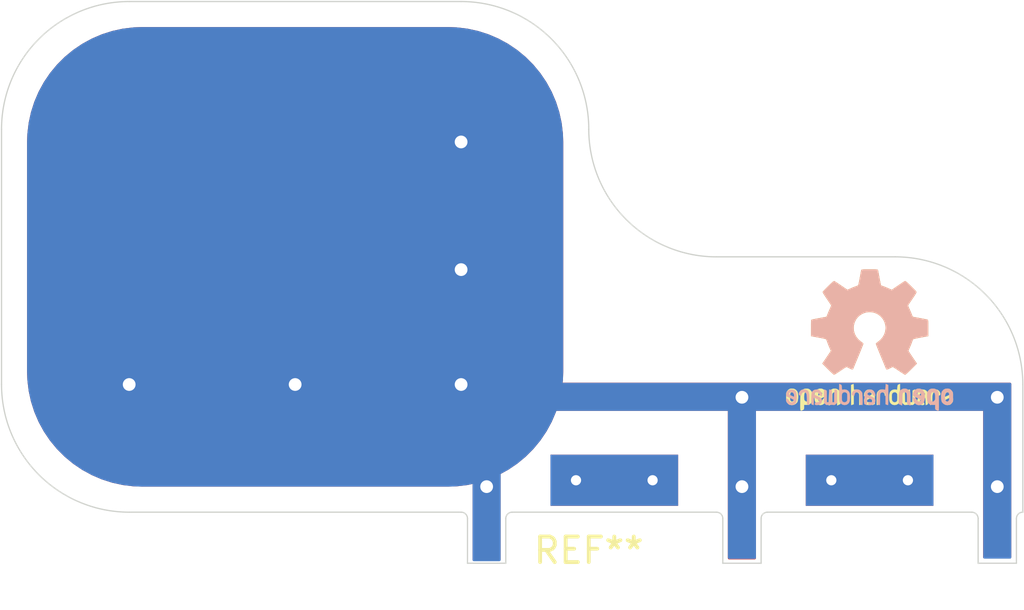
<source format=kicad_pcb>
(kicad_pcb (version 20201116) (generator pcbnew)
  (layers (0 "F.Cu" signal) (31 "B.Cu" signal) (34 "B.Paste" user) (35 "F.Paste" user) (36 "B.SilkS" user "B.Silkscreen") (37 "F.SilkS" user "F.Silkscreen") (38 "B.Mask" user) (39 "F.Mask" user) (44 "Edge.Cuts" user))
  (net 0 "")
  (footprint "08-TouchKey:TouchPaddle" (layer "F.Cu") (at 150 94.75)
    (fp_text reference "REF**" (at -0.5 -0.5 unlocked) (layer "F.SilkS"))
    (fp_text value "TouchPaddle")
    (fp_poly (pts (xy 15.996657 -0.24) (xy 14.996657 -0.24) (xy 14.996657 -6.021184) (xy 5.996657 -6.021184) (xy 5.996657 -0.2) (xy 4.996657 -0.2) (xy 4.996657 -6.021184) (xy -4.003343 -6.021184) (xy -4.003343 -0.15) (xy -5.003343 -0.15) (xy -5.003343 -6.021184) (xy -8.503343 -6.021184) (xy -8.503343 -7.021184) (xy 15.996657 -7.021184)) (layer "F.Cu") (width 0.1) (fill solid))
    (fp_poly (pts (xy 15.998921 -0.23) (xy 14.998921 -0.23) (xy 14.998921 -6.017353) (xy 5.998921 -6.017353) (xy 5.998921 -0.22) (xy 4.998921 -0.22) (xy 4.998921 -6.017353) (xy -4.001079 -6.017353) (xy -4.001079 -0.13) (xy -5.001079 -0.13) (xy -5.001079 -6.017353) (xy -8.501079 -6.017353) (xy -8.501079 -7.017353) (xy 15.998921 -7.017353)) (layer "B.Cu") (width 0.1) (fill solid))
    (fp_line (start 4.5 -12) (end 11.5 -12) (layer "Edge.Cuts") (width 0.05))
    (fp_line (start 4.75 0) (end 4.75 -1.75) (layer "Edge.Cuts") (width 0.05))
    (fp_line (start -3.75 -1.75) (end -3.75 0) (layer "Edge.Cuts") (width 0.05))
    (fp_line (start -3.75 0) (end -5.25 0) (layer "Edge.Cuts") (width 0.05))
    (fp_line (start -18.5 -22) (end -5.5 -22) (layer "Edge.Cuts") (width 0.05))
    (fp_line (start 16.25 0) (end 14.75 0) (layer "Edge.Cuts") (width 0.05))
    (fp_line (start -23.5 -17) (end -23.5 -7) (layer "Edge.Cuts") (width 0.05))
    (fp_line (start -5.5 -2) (end -18.5 -2) (layer "Edge.Cuts") (width 0.05))
    (fp_line (start 6.5 -2) (end 14.5 -2) (layer "Edge.Cuts") (width 0.05))
    (fp_line (start 4.5 -2) (end -3.5 -2) (layer "Edge.Cuts") (width 0.05))
    (fp_line (start 16.25 -1.75) (end 16.25 0) (layer "Edge.Cuts") (width 0.05))
    (fp_line (start -5.25 0) (end -5.25 -1.75) (layer "Edge.Cuts") (width 0.05))
    (fp_line (start 6.25 -1.75) (end 6.25 0) (layer "Edge.Cuts") (width 0.05))
    (fp_line (start 16.5 -7) (end 16.5 -2) (layer "Edge.Cuts") (width 0.05))
    (fp_line (start 14.75 0) (end 14.75 -1.75) (layer "Edge.Cuts") (width 0.05))
    (fp_line (start 6.25 0) (end 4.75 0) (layer "Edge.Cuts") (width 0.05))
    (fp_arc (start 4.5 -1.75) (end 4.75 -1.75) (angle -90) (layer "Edge.Cuts") (width 0.05))
    (fp_arc (start -3.5 -1.75) (end -3.5 -2) (angle -90) (layer "Edge.Cuts") (width 0.05))
    (fp_arc (start 14.5 -1.75) (end 14.75 -1.75) (angle -90) (layer "Edge.Cuts") (width 0.05))
    (fp_arc (start 11.5 -7) (end 16.5 -7) (angle -90) (layer "Edge.Cuts") (width 0.05))
    (fp_arc (start -5.5 -17) (end -0.5 -17) (angle -90) (layer "Edge.Cuts") (width 0.05))
    (fp_arc (start -18.5 -17) (end -18.5 -22) (angle -90) (layer "Edge.Cuts") (width 0.05))
    (fp_arc (start -5.5 -1.75) (end -5.25 -1.75) (angle -90) (layer "Edge.Cuts") (width 0.05))
    (fp_arc (start 16.5 -1.75) (end 16.5 -2) (angle -90) (layer "Edge.Cuts") (width 0.05))
    (fp_arc (start 4.5 -17) (end -0.5 -17) (angle -90) (layer "Edge.Cuts") (width 0.05))
    (fp_arc (start 6.5 -1.75) (end 6.5 -2) (angle -90) (layer "Edge.Cuts") (width 0.05))
    (fp_arc (start -18.5 -7) (end -23.5 -7) (angle -90) (layer "Edge.Cuts") (width 0.05))
    (pad "1" thru_hole circle (at -5.5 -7) (size 1 1) (drill 0.5) (layers *.Cu *.Mask))
    (pad "1" thru_hole circle (at -4.5 -3) (size 1 1) (drill 0.5) (layers *.Cu *.Mask))
    (pad "1" smd roundrect (at -12 -12) (size 21 18) (layers "B.Cu" "B.Mask"))
    (pad "1" thru_hole circle (at -5.5 -11.5) (size 1 1) (drill 0.5) (layers *.Cu *.Mask))
    (pad "1" smd roundrect (at -12 -12) (size 21 18) (layers "F.Cu" "F.Mask"))
    (pad "1" thru_hole circle (at -18.5 -7) (size 1 1) (drill 0.5) (layers *.Cu *.Mask))
    (pad "1" thru_hole circle (at -12 -7) (size 1 1) (drill 0.5) (layers *.Cu *.Mask))
    (pad "1" thru_hole circle (at -5.5 -16.5) (size 1 1) (drill 0.5) (layers *.Cu *.Mask))
    (pad "1" thru_hole circle (at 5.5 -3) (size 1 1) (drill 0.5) (layers *.Cu *.Mask))
    (pad "1" thru_hole circle (at 5.5 -6.5) (size 1 1) (drill 0.5) (layers *.Cu *.Mask))
    (pad "1" thru_hole circle (at 15.5 -6.5) (size 1 1) (drill 0.5) (layers *.Cu *.Mask))
    (pad "1" thru_hole circle (at 15.5 -3) (size 1 1) (drill 0.5) (layers *.Cu *.Mask))
    (pad "2" smd rect (at 10.5 -3.25) (size 5 2) (layers "F.Cu" "F.Mask"))
    (pad "2" smd rect (at 10.5 -3.25) (size 5 2) (layers "B.Cu" "B.Mask"))
    (pad "2" smd rect (at 0.5 -3.25) (size 5 2) (layers "B.Cu" "B.Mask"))
    (pad "2" smd rect (at 0.5 -3.25) (size 5 2) (layers "F.Cu" "F.Mask"))
  )
  (footprint "Symbol:OSHW-Logo2_7.3x6mm_SilkScreen" (layer "F.Cu") (at 160.5 86)
    (fp_text reference "REF**" hide)
    (fp_text value "OSHW-Logo2_7.3x6mm_SilkScreen" hide)
  )
  (footprint "Symbol:OSHW-Logo2_7.3x6mm_SilkScreen" (layer "B.Cu") (at 160.5 86 180)
    (fp_text reference "REF**" hide)
    (fp_text value "OSHW-Logo2_7.3x6mm_SilkScreen" hide)
  )
  (via (at 162 91.5) (size 0.8) (drill 0.4) (layers "F.Cu" "B.Cu") (net 0))
  (via (at 159 91.5) (size 0.8) (drill 0.4) (layers "F.Cu" "B.Cu") (net 0))
  (via (at 152 91.5) (size 0.8) (drill 0.4) (layers "F.Cu" "B.Cu") (net 0))
  (via (at 149 91.5) (size 0.8) (drill 0.4) (layers "F.Cu" "B.Cu") (net 0))
)
</source>
